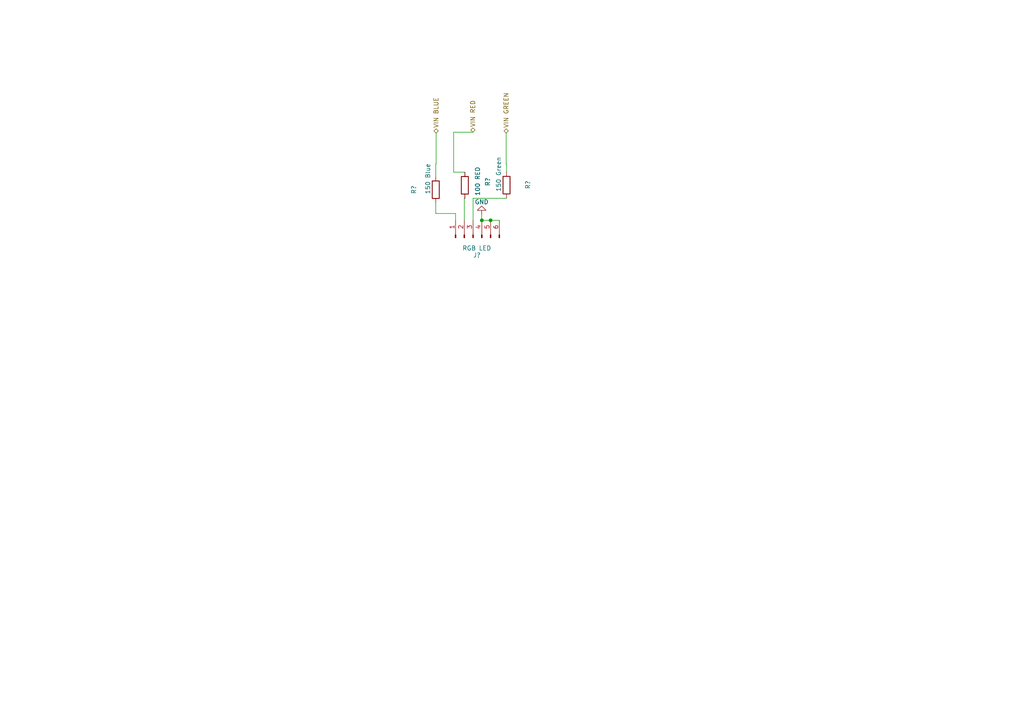
<source format=kicad_sch>
(kicad_sch (version 20230121) (generator eeschema)
  (paper "A4")
  (lib_symbols
    (symbol "Connector:Conn_01x06_Pin" (pin_names (offset 1.016) hide)
      (property "Reference" "J" (at 0 7.62 0))
      (property "Value" "Conn_01x06_Pin" (at 0 -10.16 0))
      (symbol "Conn_01x06_Pin_1_1"
        (polyline (pts (xy 1.27 -7.62) (xy 0.8636 -7.62)) (stroke (width 0.1524)))
        (polyline (pts (xy 1.27 -5.08) (xy 0.8636 -5.08)) (stroke (width 0.1524)))
        (polyline (pts (xy 1.27 -2.54) (xy 0.8636 -2.54)) (stroke (width 0.1524)))
        (polyline (pts (xy 1.27 0) (xy 0.8636 0)) (stroke (width 0.1524)))
        (polyline (pts (xy 1.27 2.54) (xy 0.8636 2.54)) (stroke (width 0.1524)))
        (polyline (pts (xy 1.27 5.08) (xy 0.8636 5.08)) (stroke (width 0.1524)))
        (rectangle (start 0.8636 -7.493) (end 0 -7.747) (stroke (width 0.1524)) (fill (type outline)))
        (rectangle (start 0.8636 -4.953) (end 0 -5.207) (stroke (width 0.1524)) (fill (type outline)))
        (rectangle (start 0.8636 -2.413) (end 0 -2.667) (stroke (width 0.1524)) (fill (type outline)))
        (rectangle (start 0.8636 0.127) (end 0 -0.127) (stroke (width 0.1524)) (fill (type outline)))
        (rectangle (start 0.8636 2.667) (end 0 2.413) (stroke (width 0.1524)) (fill (type outline)))
        (rectangle (start 0.8636 5.207) (end 0 4.953) (stroke (width 0.1524)) (fill (type outline)))
        (pin passive line (at 5.08 5.08 180) (length 3.81) (name "Pin_1") (number "1"))
        (pin passive line (at 5.08 2.54 180) (length 3.81) (name "Pin_2") (number "2"))
        (pin passive line (at 5.08 0 180) (length 3.81) (name "Pin_3") (number "3"))
        (pin passive line (at 5.08 -2.54 180) (length 3.81) (name "Pin_4") (number "4"))
        (pin passive line (at 5.08 -5.08 180) (length 3.81) (name "Pin_5") (number "5"))
        (pin passive line (at 5.08 -7.62 180) (length 3.81) (name "Pin_6") (number "6"))
      )
    )
    (symbol "Device:R" (pin_numbers hide) (pin_names (offset 0))
      (property "Reference" "R" (at 2.032 0 90))
      (property "Value" "R" (at 0 0 90))
      (symbol "R_0_1"
        (rectangle (start -1.016 -2.54) (end 1.016 2.54) (stroke (width 0.254)))
      )
      (symbol "R_1_1"
        (pin passive line (at 0 3.81 270) (length 1.27) (name "~") (number "1"))
        (pin passive line (at 0 -3.81 90) (length 1.27) (name "~") (number "2"))
      )
    )
    (symbol "power:GND" (power) (pin_names (offset 0))
      (property "Value" "GND" (at 0 -3.81 0))
      (symbol "GND_0_1"
        (polyline (pts (xy 0 0) (xy 0 -1.27) (xy 1.27 -1.27) (xy 0 -2.54) (xy -1.27 -1.27) (xy 0 -1.27)))
      )
      (symbol "GND_1_1"
        (pin power_in line (at 0 0 270) (length 0) hide (name "GND") (number "1"))
      )
    )
  )
  (junction (at 142.2908 63.9064))
  (junction (at 139.7508 63.9064))
  (wire (pts (xy 131.572 38.354) (xy 137.16 38.354)))
  (wire (pts (xy 134.6708 57.5564) (xy 134.8232 57.5564)))
  (wire (pts (xy 137.2108 57.5056) (xy 137.2108 63.9064)))
  (wire (pts (xy 146.812 47.6504) (xy 146.812 38.608)))
  (wire (pts (xy 139.7 62.2808) (xy 139.7 63.9064)))
  (wire (pts (xy 131.572 49.9364) (xy 134.8232 49.9364)))
  (wire (pts (xy 126.492 47.498) (xy 126.492 38.608)))
  (wire (pts (xy 126.3904 61.9252) (xy 132.1308 61.9252)))
  (wire (pts (xy 139.7508 63.9064) (xy 139.7 63.9064)))
  (wire (pts (xy 146.9136 47.6504) (xy 146.9136 49.8856)))
  (wire (pts (xy 126.3904 51.2064) (xy 126.3904 47.498)))
  (wire (pts (xy 131.572 38.354) (xy 131.572 49.9364)))
  (wire (pts (xy 139.7508 63.9064) (xy 142.2908 63.9064)))
  (wire (pts (xy 132.1308 61.9252) (xy 132.1308 63.9064)))
  (wire (pts (xy 146.812 47.6504) (xy 146.9136 47.6504)))
  (wire (pts (xy 142.2908 63.9064) (xy 144.8308 63.9064)))
  (wire (pts (xy 134.6708 63.9064) (xy 134.6708 57.5564)))
  (wire (pts (xy 146.9136 57.5056) (xy 137.2108 57.5056)))
  (wire (pts (xy 126.492 47.498) (xy 126.3904 47.498)))
  (wire (pts (xy 126.3904 58.8264) (xy 126.3904 61.9252)))
  (hierarchical_label "VIN BLUE" (shape bidirectional) (at 126.492 38.608 90))
  (hierarchical_label "VIN RED" (shape bidirectional) (at 137.16 38.354 90))
  (hierarchical_label "VIN GREEN" (shape bidirectional) (at 146.812 38.608 90))
  (symbol (lib_id "Device:R") (at 126.3904 55.0164 180) (unit 1)
    (property "Reference" "R?" (at 120.0404 55.0164 90))
    (property "Value" "150 Blue" (at 124.1044 51.8668 90))
    (property "Footprint" "Resistor_SMD:R_0603_1608Metric" (effects hide))
    (instances (project "MCU2" (path "" (reference "R?") (unit 1))) (project "rps01" (path "" (reference "R?") (unit 1)) (path "" (reference "R30") (unit 1))) (project "M_MUC" (path "" (reference "R?") (unit 1))))
  )
  (symbol (lib_id "Connector:Conn_01x06_Pin") (at 137.2108 68.9864 90) (unit 1)
    (property "Reference" "J?" (at 138.3284 74.0156 90))
    (property "Value" "RGB LED" (at 138.2776 71.9836 90))
    (property "Footprint" "LED_SMD:LED_RGB_5050-6" (effects hide))
    (instances (project "rps01" (path "" (reference "J?") (unit 1)) (path "" (reference "J16") (unit 1))))
  )
  (symbol (lib_id "power:GND") (at 139.7 62.2808 180) (unit 1)
    (property "Reference" "#PWR?" (effects hide))
    (property "Value" "GND" (at 139.7 58.5724 0))
    (instances (project "MCU2" (path "" (reference "#PWR?") (unit 1))) (project "rps01" (path "" (reference "#PWR?") (unit 1)) (path "" (reference "#PWR076") (unit 1))))
  )
  (symbol (lib_id "Device:R") (at 134.8232 53.7464 180) (unit 1)
    (property "Reference" "R?" (at 141.478 52.7304 90))
    (property "Value" "100 RED" (at 138.5316 52.578 90))
    (property "Footprint" "Resistor_SMD:R_0603_1608Metric" (effects hide))
    (instances (project "MCU2" (path "" (reference "R?") (unit 1))) (project "rps01" (path "" (reference "R?") (unit 1)) (path "" (reference "R29") (unit 1))) (project "M_MUC" (path "" (reference "R?") (unit 1))))
  )
  (symbol (lib_id "Device:R") (at 146.9136 53.6956 180) (unit 1)
    (property "Reference" "R?" (at 153.1112 53.594 90))
    (property "Value" "150 Green" (at 144.6276 50.546 90))
    (property "Footprint" "Resistor_SMD:R_0603_1608Metric" (effects hide))
    (instances (project "MCU2" (path "" (reference "R?") (unit 1))) (project "rps01" (path "" (reference "R?") (unit 1)) (path "" (reference "R28") (unit 1))) (project "M_MUC" (path "" (reference "R?") (unit 1))))
  )
)
</source>
